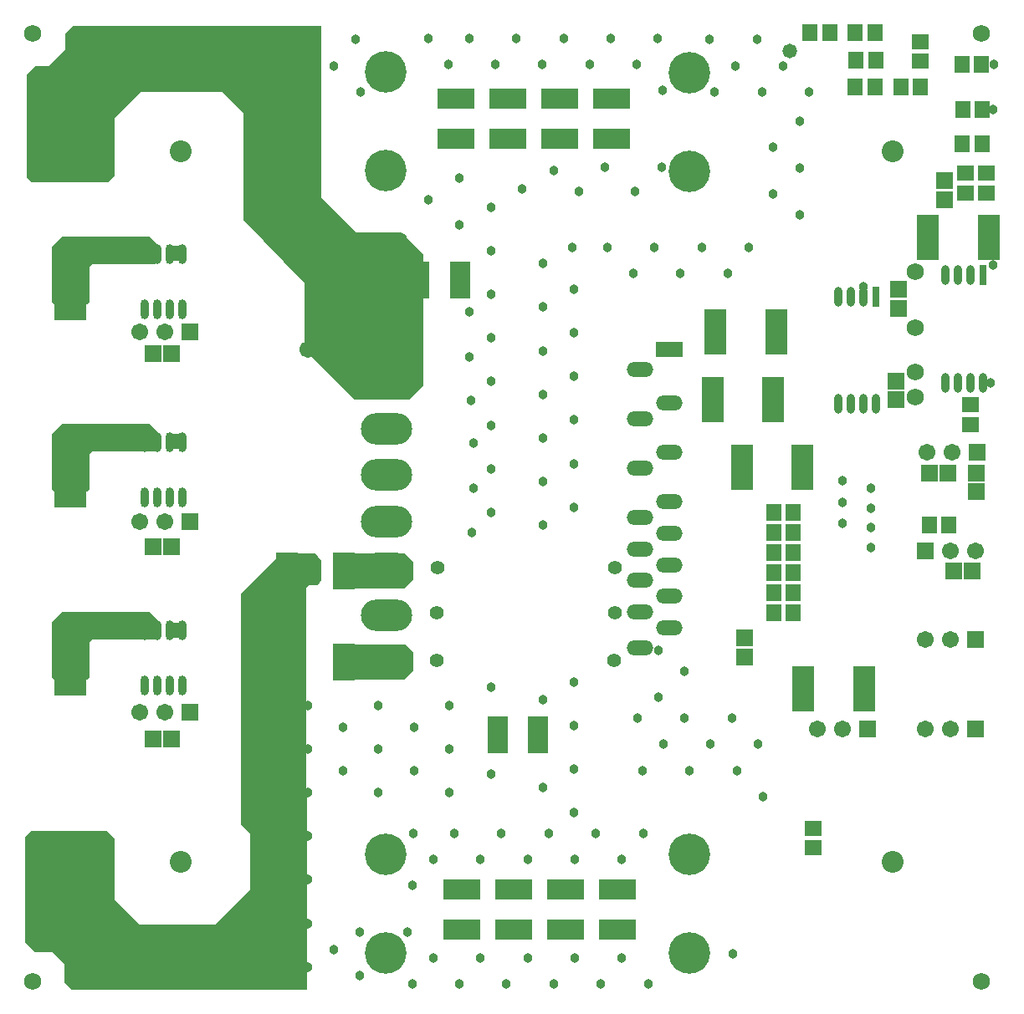
<source format=gts>
G04 Layer_Color=8388736*
%FSLAX25Y25*%
%MOIN*%
G70*
G01*
G75*
%ADD55R,0.07700X0.06300*%
%ADD56R,0.07887X0.14973*%
%ADD57R,0.14973X0.07887*%
%ADD58R,0.06706X0.07099*%
%ADD59R,0.06312X0.06706*%
%ADD60R,0.07099X0.06706*%
%ADD61R,0.03162X0.07887*%
%ADD62O,0.03162X0.07887*%
%ADD63R,0.06706X0.06312*%
%ADD64R,0.08674X0.14776*%
%ADD65O,0.03359X0.07887*%
%ADD66R,0.08871X0.17926*%
%ADD67R,0.12611X0.12611*%
%ADD68C,0.12611*%
%ADD69R,0.06706X0.06706*%
%ADD70C,0.06706*%
%ADD71R,0.12611X0.12611*%
%ADD72C,0.06800*%
%ADD73O,0.20485X0.12611*%
%ADD74O,0.10642X0.05918*%
%ADD75R,0.10642X0.05918*%
%ADD76C,0.05524*%
%ADD77C,0.16548*%
%ADD78C,0.08674*%
%ADD79C,0.03800*%
%ADD80C,0.03162*%
%ADD81C,0.05800*%
G36*
X46500Y-230795D02*
X49800Y-234095D01*
X49800Y-240595D01*
X48600Y-241795D01*
X23500Y-241795D01*
X22500Y-242795D01*
X22500Y-256795D01*
X21500Y-257795D01*
X8500Y-257795D01*
X7500Y-256795D01*
X7500Y-234795D01*
X11500Y-230795D01*
X46500Y-230795D01*
D02*
G37*
G36*
X148200Y-243653D02*
X151400Y-246853D01*
X151400Y-254053D01*
X147800Y-257653D01*
X119800Y-257653D01*
Y-243653D01*
X148200Y-243653D01*
D02*
G37*
G36*
X115000Y-210453D02*
X115000Y-217953D01*
X113500Y-219953D01*
X110000D01*
X109000Y-220953D01*
X109297Y-381453D01*
X15500D01*
X12500Y-378453D01*
X12500Y-370953D01*
X8000Y-366453D01*
X1000Y-366453D01*
X-3000Y-362453D01*
X-3000Y-320453D01*
X-500Y-317953D01*
X29500D01*
X32500Y-320953D01*
Y-345453D01*
X42500Y-355453D01*
X72500D01*
X86500Y-341453D01*
Y-318953D01*
X83041Y-315494D01*
X82771Y-223682D01*
X98943Y-207510D01*
X112500Y-207453D01*
X115000Y-210453D01*
D02*
G37*
G36*
X148200Y-207453D02*
X151400Y-210653D01*
X151400Y-217853D01*
X147800Y-221453D01*
X119800Y-221453D01*
Y-207453D01*
X148200Y-207453D01*
D02*
G37*
G36*
X115000Y-65453D02*
X129000Y-79453D01*
X147000Y-79453D01*
X155500Y-87953D01*
Y-140453D01*
X150000Y-145953D01*
X128000D01*
X108282Y-126235D01*
Y-99735D01*
X84000Y-74460D01*
Y-31953D01*
X75500Y-23453D01*
X43047Y-23453D01*
X32500Y-34000D01*
Y-57000D01*
X30000Y-59500D01*
X-500Y-59500D01*
X-2500Y-57500D01*
X-2500Y-16500D01*
X1000Y-13000D01*
X6500Y-13000D01*
X13006Y-6494D01*
X12996Y-4D01*
X16000Y3000D01*
X115000D01*
X115000Y-65453D01*
D02*
G37*
G36*
X46500Y-80953D02*
X49800Y-84253D01*
X49800Y-90753D01*
X48600Y-91953D01*
X23500Y-91953D01*
X22500Y-92953D01*
X22500Y-106953D01*
X21500Y-107953D01*
X8500Y-107953D01*
X7500Y-106953D01*
X7500Y-84953D01*
X11500Y-80953D01*
X46500Y-80953D01*
D02*
G37*
G36*
Y-155874D02*
X49800Y-159174D01*
X49800Y-165674D01*
X48600Y-166874D01*
X23500Y-166874D01*
X22500Y-167874D01*
X22500Y-181874D01*
X21500Y-182874D01*
X8500Y-182874D01*
X7500Y-181874D01*
X7500Y-159874D01*
X11500Y-155874D01*
X46500Y-155874D01*
D02*
G37*
D55*
X57050Y-238003D02*
D03*
Y-162903D02*
D03*
Y-87803D02*
D03*
D56*
X153929Y-98500D02*
D03*
X170071D02*
D03*
X201271Y-279900D02*
D03*
X185129D02*
D03*
D57*
X233000Y-341429D02*
D03*
Y-357571D02*
D03*
X212333Y-341429D02*
D03*
Y-357571D02*
D03*
X191667Y-341429D02*
D03*
Y-357571D02*
D03*
X171000Y-341429D02*
D03*
Y-357571D02*
D03*
X189167Y-25929D02*
D03*
Y-42071D02*
D03*
X230500Y-25929D02*
D03*
Y-42071D02*
D03*
X209833Y-25929D02*
D03*
Y-42071D02*
D03*
X168500Y-25929D02*
D03*
Y-42071D02*
D03*
D58*
X366760Y-214453D02*
D03*
X374240D02*
D03*
X357160Y-175353D02*
D03*
X364640D02*
D03*
X55340Y-127853D02*
D03*
X47860D02*
D03*
X55340Y-204653D02*
D03*
X47860D02*
D03*
X55340Y-281453D02*
D03*
X47860D02*
D03*
D59*
X364937Y-195953D02*
D03*
X357063D02*
D03*
X378137Y-44153D02*
D03*
X370263D02*
D03*
X370463Y-30353D02*
D03*
X378337D02*
D03*
X370163Y-12553D02*
D03*
X378037D02*
D03*
X345763Y-21353D02*
D03*
X353637D02*
D03*
X335537Y247D02*
D03*
X327663D02*
D03*
X327963Y-10603D02*
D03*
X335837D02*
D03*
X335537Y-21453D02*
D03*
X327663D02*
D03*
X317437Y147D02*
D03*
X309563D02*
D03*
X295063Y-230953D02*
D03*
X302937D02*
D03*
X295063Y-222953D02*
D03*
X302937D02*
D03*
X295063Y-214953D02*
D03*
X302937D02*
D03*
X295063Y-206953D02*
D03*
X302937D02*
D03*
X295063Y-198953D02*
D03*
X302937D02*
D03*
X295063Y-190953D02*
D03*
X302937D02*
D03*
D60*
X344000Y-146193D02*
D03*
Y-138713D02*
D03*
X363200Y-66293D02*
D03*
Y-58813D02*
D03*
X375900Y-182893D02*
D03*
Y-175413D02*
D03*
X344900Y-109693D02*
D03*
Y-102213D02*
D03*
X283500Y-241213D02*
D03*
Y-248693D02*
D03*
D61*
X378500Y-96453D02*
D03*
X336000Y-104953D02*
D03*
D62*
X373500Y-96453D02*
D03*
X368500D02*
D03*
X363500D02*
D03*
X378500Y-139366D02*
D03*
X373500D02*
D03*
X368500D02*
D03*
X363500D02*
D03*
X331000Y-104953D02*
D03*
X326000D02*
D03*
X321000D02*
D03*
X336000Y-147866D02*
D03*
X331000D02*
D03*
X326000D02*
D03*
X321000D02*
D03*
D63*
X353440Y-11200D02*
D03*
Y-3326D02*
D03*
X373700Y-148116D02*
D03*
Y-155990D02*
D03*
X311000Y-317016D02*
D03*
Y-324890D02*
D03*
X371600Y-63690D02*
D03*
Y-55816D02*
D03*
X379900Y-63690D02*
D03*
Y-55816D02*
D03*
D64*
X123719Y-250653D02*
D03*
X101081D02*
D03*
X123719Y-214453D02*
D03*
X101081D02*
D03*
D65*
X44500Y-260176D02*
D03*
X49500D02*
D03*
X54500D02*
D03*
X59500D02*
D03*
X44500Y-238129D02*
D03*
X49500D02*
D03*
X54500D02*
D03*
X59500D02*
D03*
X44500Y-185076D02*
D03*
X49500D02*
D03*
X54500D02*
D03*
X59500D02*
D03*
X44500Y-163029D02*
D03*
X49500D02*
D03*
X54500D02*
D03*
X59500D02*
D03*
X44500Y-109976D02*
D03*
X49500D02*
D03*
X54500D02*
D03*
X59500D02*
D03*
X44500Y-87929D02*
D03*
X49500D02*
D03*
X54500D02*
D03*
X59500D02*
D03*
D66*
X331106Y-261453D02*
D03*
X306894D02*
D03*
X306606Y-172953D02*
D03*
X282394D02*
D03*
X270787Y-145953D02*
D03*
X295000D02*
D03*
X271894Y-118953D02*
D03*
X296106D02*
D03*
X356594Y-81553D02*
D03*
X380806D02*
D03*
D67*
X15000Y-51842D02*
D03*
Y-345795D02*
D03*
Y-257795D02*
D03*
Y-182874D02*
D03*
Y-107953D02*
D03*
D68*
Y-32157D02*
D03*
Y-326110D02*
D03*
X48357Y-373453D02*
D03*
X15000Y-238110D02*
D03*
Y-163189D02*
D03*
Y-88268D02*
D03*
X71143Y-4753D02*
D03*
D69*
X62500Y-118953D02*
D03*
Y-194903D02*
D03*
Y-270853D02*
D03*
X332500Y-277453D02*
D03*
X375500Y-277453D02*
D03*
Y-241912D02*
D03*
X355500Y-206453D02*
D03*
X376100Y-166953D02*
D03*
D70*
X52500Y-118953D02*
D03*
X42500D02*
D03*
X52500Y-194903D02*
D03*
X42500D02*
D03*
X52500Y-270853D02*
D03*
X42500D02*
D03*
X312500Y-277453D02*
D03*
X322500D02*
D03*
X355500Y-277453D02*
D03*
X365500D02*
D03*
X355500Y-241912D02*
D03*
X365500D02*
D03*
X375500Y-206453D02*
D03*
X365500D02*
D03*
X109500Y-214753D02*
D03*
Y-126170D02*
D03*
X356100Y-166953D02*
D03*
X366100D02*
D03*
D71*
X68042Y-373453D02*
D03*
X51458Y-4753D02*
D03*
D72*
X351600Y-145012D02*
D03*
Y-135012D02*
D03*
Y-117453D02*
D03*
Y-95012D02*
D03*
X377953Y0D02*
D03*
X377953Y-377953D02*
D03*
X0Y0D02*
D03*
Y-377953D02*
D03*
D73*
X140957Y-250735D02*
D03*
Y-232113D02*
D03*
Y-213491D02*
D03*
Y-194869D02*
D03*
Y-176247D02*
D03*
Y-157624D02*
D03*
Y-139002D02*
D03*
Y-120380D02*
D03*
D74*
X253599Y-237132D02*
D03*
X241800Y-245006D02*
D03*
Y-230833D02*
D03*
Y-218235D02*
D03*
X253599Y-211935D02*
D03*
X241800Y-205636D02*
D03*
X253599Y-199337D02*
D03*
X241800Y-193038D02*
D03*
X253599Y-186739D02*
D03*
X241800Y-173353D02*
D03*
X253599Y-167053D02*
D03*
X241800Y-153668D02*
D03*
X253599Y-147369D02*
D03*
X241800Y-133983D02*
D03*
X253599Y-224534D02*
D03*
D75*
Y-126109D02*
D03*
D76*
X231653Y-249975D02*
D03*
X160787D02*
D03*
X231866Y-230953D02*
D03*
X161000D02*
D03*
X232000Y-212953D02*
D03*
X161134D02*
D03*
D77*
X140600Y-366753D02*
D03*
Y-327383D02*
D03*
X261600Y-366753D02*
D03*
Y-327383D02*
D03*
Y-54953D02*
D03*
Y-15583D02*
D03*
X140600Y-54753D02*
D03*
Y-15383D02*
D03*
D78*
X59035Y-46988D02*
D03*
X342500D02*
D03*
Y-330453D02*
D03*
X59035D02*
D03*
D79*
X322500Y-195453D02*
D03*
Y-186953D02*
D03*
Y-178453D02*
D03*
X334000Y-181453D02*
D03*
Y-189286D02*
D03*
Y-197119D02*
D03*
Y-204953D02*
D03*
X279000Y-366953D02*
D03*
X249200Y-245953D02*
D03*
Y-264753D02*
D03*
X259600Y-254353D02*
D03*
X288800Y-283553D02*
D03*
X290800Y-304353D02*
D03*
X278400Y-273153D02*
D03*
X259600D02*
D03*
X270000Y-283553D02*
D03*
X280400Y-293953D02*
D03*
X240800Y-273153D02*
D03*
X251200Y-283553D02*
D03*
X261600Y-293953D02*
D03*
X242800D02*
D03*
X276800Y-95853D02*
D03*
X20000Y-5553D02*
D03*
X32800Y-14253D02*
D03*
X29400Y-5553D02*
D03*
X38800D02*
D03*
X47000Y-19953D02*
D03*
X51600Y-14253D02*
D03*
X42200D02*
D03*
X37500Y-22953D02*
D03*
X64400Y-19953D02*
D03*
X69100Y-14253D02*
D03*
X59700D02*
D03*
X55000Y-19953D02*
D03*
X81900Y-22953D02*
D03*
X86600Y-14253D02*
D03*
X77200D02*
D03*
X72500Y-19953D02*
D03*
X117500Y-127353D02*
D03*
X126200Y-132053D02*
D03*
Y-122653D02*
D03*
X117500Y-117953D02*
D03*
X138700Y-88253D02*
D03*
Y-97653D02*
D03*
X147400Y-111753D02*
D03*
X138700Y-107053D02*
D03*
X147100Y-81753D02*
D03*
X129700D02*
D03*
X121000Y-77053D02*
D03*
X103700Y-88253D02*
D03*
X121100D02*
D03*
X112400Y-92953D02*
D03*
X129800D02*
D03*
X121100Y-97653D02*
D03*
X129800Y-102353D02*
D03*
Y-111753D02*
D03*
X121100Y-107053D02*
D03*
X112400Y-102353D02*
D03*
Y-111753D02*
D03*
X86200Y-58253D02*
D03*
X103600D02*
D03*
X94900Y-62953D02*
D03*
X112300D02*
D03*
X103600Y-67653D02*
D03*
X112300Y-72353D02*
D03*
Y-81753D02*
D03*
X103600Y-77053D02*
D03*
X94900Y-72353D02*
D03*
X86200Y-67653D02*
D03*
X94900Y-81753D02*
D03*
X86200Y-30753D02*
D03*
X103600D02*
D03*
X94900Y-35453D02*
D03*
X112300D02*
D03*
X103600Y-40153D02*
D03*
X112300Y-44853D02*
D03*
Y-54253D02*
D03*
X103600Y-49553D02*
D03*
X94900Y-44853D02*
D03*
X86200Y-40153D02*
D03*
X94900Y-54253D02*
D03*
X86200Y-49553D02*
D03*
X128400Y-2553D02*
D03*
X109600D02*
D03*
X120000Y-12953D02*
D03*
X130400Y-23353D02*
D03*
X90800Y-2553D02*
D03*
X101200Y-12953D02*
D03*
X111600Y-23353D02*
D03*
X92800D02*
D03*
X271600D02*
D03*
X290400D02*
D03*
X280000Y-12953D02*
D03*
X269600Y-2553D02*
D03*
X309200Y-23353D02*
D03*
X298800Y-12953D02*
D03*
X288400Y-2553D02*
D03*
X249000Y-2053D02*
D03*
X230200D02*
D03*
X240600Y-12453D02*
D03*
X251000Y-22853D02*
D03*
X211400Y-2053D02*
D03*
X221800Y-12453D02*
D03*
X192600Y-2053D02*
D03*
X203000Y-12453D02*
D03*
X173800Y-2053D02*
D03*
X184200Y-12453D02*
D03*
X157549Y-2053D02*
D03*
X165400Y-12453D02*
D03*
X295000Y-45353D02*
D03*
X305400Y-34953D02*
D03*
X295000Y-64153D02*
D03*
X305400Y-53753D02*
D03*
Y-72553D02*
D03*
X285200Y-85453D02*
D03*
X215000D02*
D03*
X266400D02*
D03*
X247600D02*
D03*
X258000Y-95853D02*
D03*
X228800Y-85453D02*
D03*
X239200Y-95853D02*
D03*
X203145Y-126607D02*
D03*
X215645Y-136807D02*
D03*
Y-171607D02*
D03*
Y-154207D02*
D03*
X203145Y-161407D02*
D03*
Y-144007D02*
D03*
Y-91807D02*
D03*
X215645Y-102007D02*
D03*
X203145Y-109207D02*
D03*
X215645Y-119407D02*
D03*
X203145Y-265807D02*
D03*
X215645Y-276007D02*
D03*
Y-310807D02*
D03*
Y-293407D02*
D03*
X203145Y-300607D02*
D03*
X215645Y-258607D02*
D03*
X203145Y-178807D02*
D03*
X215645Y-189007D02*
D03*
X203145Y-196207D02*
D03*
X159500Y-329383D02*
D03*
X151649Y-318983D02*
D03*
X178300Y-329383D02*
D03*
X167900Y-318983D02*
D03*
X197100Y-329383D02*
D03*
X186700Y-318983D02*
D03*
X215900Y-329383D02*
D03*
X205500Y-318983D02*
D03*
X234700Y-329383D02*
D03*
X224300Y-318983D02*
D03*
X243100D02*
D03*
X151100Y-339783D02*
D03*
Y-379153D02*
D03*
X234700Y-368753D02*
D03*
X245100Y-379153D02*
D03*
X215900Y-368753D02*
D03*
X226300Y-379153D02*
D03*
X197100Y-368753D02*
D03*
X207500Y-379153D02*
D03*
X178300Y-368753D02*
D03*
X188700Y-379153D02*
D03*
X149100Y-358353D02*
D03*
X159500Y-368753D02*
D03*
X169900Y-379153D02*
D03*
X130300Y-375753D02*
D03*
Y-358353D02*
D03*
X119900Y-365353D02*
D03*
X250400Y-53353D02*
D03*
X240000Y-62953D02*
D03*
X227900Y-53353D02*
D03*
X217500Y-62953D02*
D03*
X207500Y-54853D02*
D03*
X195000Y-62053D02*
D03*
X157500Y-66253D02*
D03*
X170000Y-57753D02*
D03*
X174000Y-128953D02*
D03*
X182500Y-121453D02*
D03*
X174000Y-110953D02*
D03*
X182500Y-69253D02*
D03*
Y-104053D02*
D03*
Y-86653D02*
D03*
X170000Y-76453D02*
D03*
X182500Y-191053D02*
D03*
X175500Y-181453D02*
D03*
X182500Y-138853D02*
D03*
Y-173653D02*
D03*
Y-156253D02*
D03*
X175500Y-163453D02*
D03*
X174550Y-146453D02*
D03*
X175000Y-198953D02*
D03*
X182500Y-260653D02*
D03*
Y-295453D02*
D03*
X165900Y-285353D02*
D03*
X151800Y-294053D02*
D03*
X165900Y-267953D02*
D03*
X151800Y-276653D02*
D03*
X165900Y-302753D02*
D03*
X137700Y-285353D02*
D03*
X123600Y-294053D02*
D03*
X137700Y-267953D02*
D03*
X123600Y-276653D02*
D03*
X137700Y-302753D02*
D03*
X1700Y-362953D02*
D03*
X25200Y-371653D02*
D03*
X15800D02*
D03*
X29900Y-362953D02*
D03*
X34600Y-371653D02*
D03*
Y-354253D02*
D03*
X42500Y-365953D02*
D03*
X44100Y-358453D02*
D03*
X53500D02*
D03*
X57500Y-365953D02*
D03*
X65500Y-357953D02*
D03*
X72000Y-365453D02*
D03*
X81300Y-372353D02*
D03*
X79000Y-357453D02*
D03*
X90700Y-372353D02*
D03*
X100100D02*
D03*
X109500D02*
D03*
X86000Y-363653D02*
D03*
Y-346253D02*
D03*
X90700Y-354953D02*
D03*
Y-337553D02*
D03*
X95400Y-346253D02*
D03*
X100100Y-337553D02*
D03*
X109500D02*
D03*
X104800Y-346253D02*
D03*
X100100Y-354953D02*
D03*
X95400Y-363653D02*
D03*
X109500Y-354953D02*
D03*
X104800Y-363653D02*
D03*
X86000Y-311453D02*
D03*
X90700Y-320153D02*
D03*
Y-302753D02*
D03*
X95400Y-311453D02*
D03*
X100100Y-302753D02*
D03*
X109500D02*
D03*
X104800Y-311453D02*
D03*
X100100Y-320153D02*
D03*
X95400Y-328853D02*
D03*
X109500Y-320153D02*
D03*
X104800Y-328853D02*
D03*
Y-294053D02*
D03*
X109500Y-285353D02*
D03*
X95400Y-294053D02*
D03*
X100100Y-285353D02*
D03*
X104800Y-276653D02*
D03*
X109500Y-267953D02*
D03*
X95400Y-224453D02*
D03*
X90700Y-233153D02*
D03*
X86000Y-241853D02*
D03*
X95400D02*
D03*
X90700Y-250553D02*
D03*
X95400Y-259253D02*
D03*
X100100Y-267953D02*
D03*
X95400Y-276653D02*
D03*
X90700Y-267953D02*
D03*
X86000Y-259253D02*
D03*
X90700Y-285353D02*
D03*
X86000Y-276653D02*
D03*
Y-294053D02*
D03*
X382806Y-12553D02*
D03*
X382700Y-30453D02*
D03*
X382500Y-92553D02*
D03*
X381600Y-139453D02*
D03*
X331000Y-100953D02*
D03*
D80*
X29100Y-236480D02*
D03*
X25200D02*
D03*
X33000D02*
D03*
X36900D02*
D03*
X29100Y-161559D02*
D03*
X25200D02*
D03*
X33000D02*
D03*
X36900D02*
D03*
Y-86638D02*
D03*
X33000D02*
D03*
X25200D02*
D03*
X29100D02*
D03*
D81*
X301484Y-6937D02*
D03*
M02*

</source>
